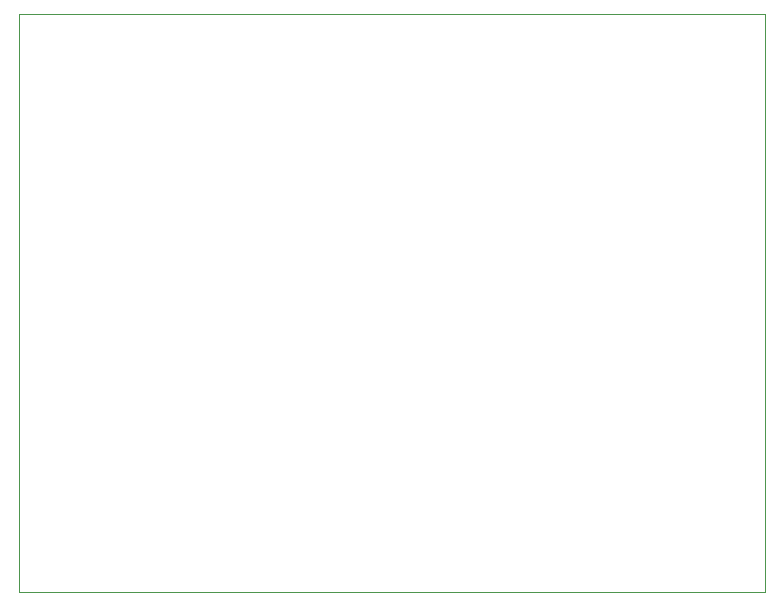
<source format=gbo>
G75*
%MOIN*%
%OFA0B0*%
%FSLAX25Y25*%
%IPPOS*%
%LPD*%
%AMOC8*
5,1,8,0,0,1.08239X$1,22.5*
%
%ADD10C,0.00000*%
D10*
X0001000Y0001000D02*
X0001000Y0193461D01*
X0249701Y0193461D01*
X0249701Y0001000D01*
X0001000Y0001000D01*
M02*

</source>
